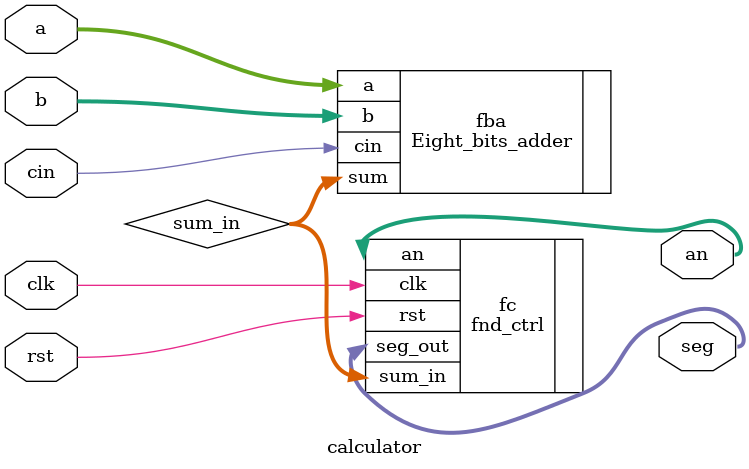
<source format=v>
module calculator(
                    input [7:0] a,
                    input [7:0] b,
                    input cin,
                    input clk,
                    input rst,
                    output [7:0] seg,
                    output [3:0] an
                );

    wire [8:0] sum_in;

    Eight_bits_adder fba(
                        .a(a),
                        .b(b),
                        .cin(cin),
                        .sum(sum_in)
                    );

    fnd_ctrl fc(
                .sum_in(sum_in),
                .clk(clk),
                .rst(rst),
                .seg_out(seg),
                .an(an)
            );

endmodule
</source>
